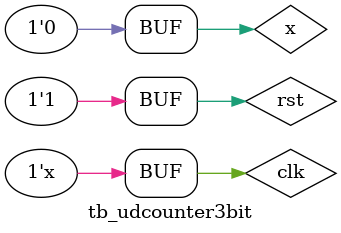
<source format=v>
module tb_udcounter3bit();

reg clk, rst, x;
wire [2:0] state;


udcounter_3bit u1(clk, rst, x, state);

initial begin
    clk <=0;
    rst <=1;
    x = 0;
    #10 rst <= 0;
    #10 rst <= 1;
    
    #10 x <= 1;
    #10 x <= 0;  //  001
    #10 x<=1;
    #10 x<=0;   // 010
     #10 x<=1;
    #10 x<=0; // 011
    #10 x<=1;
    #10 x<=0; //100
    #10 x<=1;
    #10 x<=0; //101
    #10 x<=1;
    #10 x<=0; // 110
    #10 x<=1;
    #10 x<=0; // 111
    #10 x<=1;
    #10 x<=0; // 110
    #10 x<=1;
    #10 x<=0; //101
      #10 x<=1;
    #10 x<=0; // 100
    #10 x<=1;
    #10 x<=0; // 011
    #10 x<=1;
    #10 x<=0;  //010
    #10 x<=1;
    #10 x<=0;  //001
    #10 x<=1;
    #10 x<=0; //000
    #10 x<=1;
    #10 x<=0; //001 
    
    #10 x<=1;
    #10 x<=0;  //010
    #10 x<=1;
    #10 x<=0;  //011
    #10 x<=1;
    #10 x<=0; //100
    #10 x<=1;
    #10 x<=0; //101
    
  end
 
 always begin
    #5 clk <= ~clk;
  end
 endmodule  
</source>
